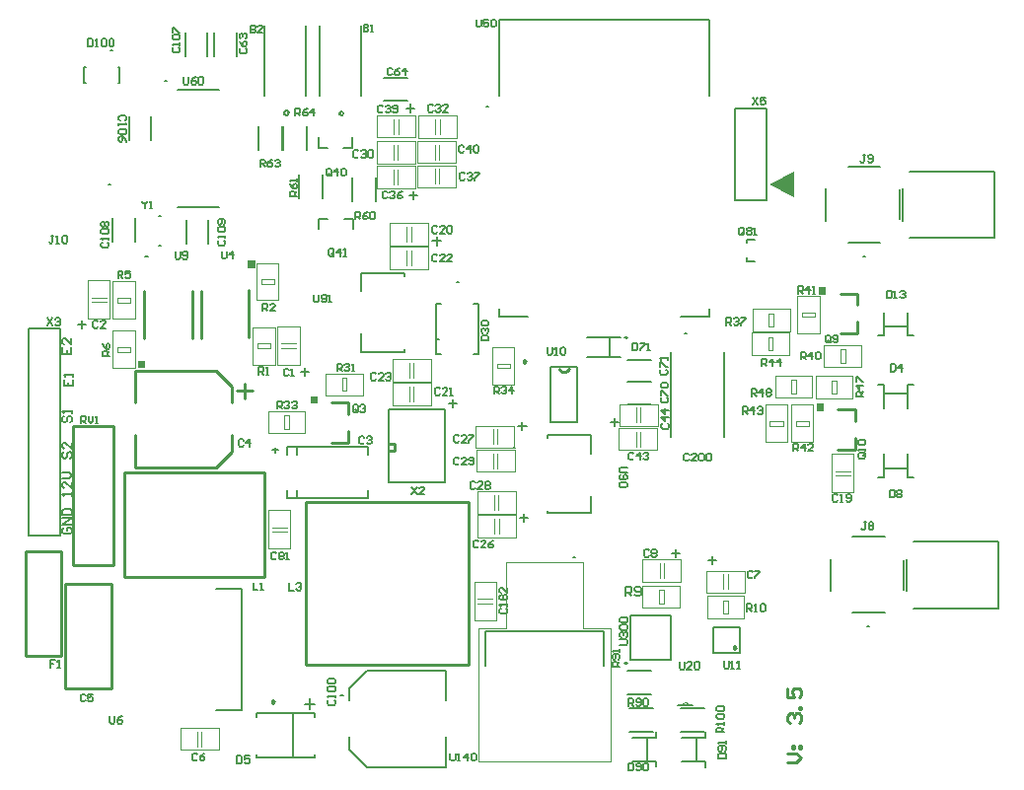
<source format=gto>
%FSTAX23Y23*%
%MOIN*%
%SFA1B1*%

%IPPOS*%
%ADD101C,0.007870*%
%ADD102C,0.009840*%
%ADD103C,0.010000*%
%ADD104C,0.000000*%
%ADD105C,0.006000*%
%ADD106C,0.005000*%
%ADD107C,0.003940*%
%ADD108C,0.005910*%
%ADD109C,0.001970*%
%ADD110C,0.005980*%
%ADD111C,0.006060*%
%LNtcs-1900-1*%
%LPD*%
G36*
X01322Y0321D02*
X01297D01*
Y03235*
X01322*
Y0321*
G37*
G36*
X01905Y03089D02*
X0188D01*
Y03114*
X01905*
Y03089*
G37*
G36*
X03616Y03065D02*
X03591D01*
Y0309*
X03616*
Y03065*
G37*
G36*
X03514Y03788D02*
X03432Y03831D01*
X03514Y03875*
Y03788*
G37*
G36*
X01694Y03547D02*
X01669D01*
Y03572*
X01694*
Y03547*
G37*
G36*
X03623Y03458D02*
X03598D01*
Y03483*
X03623*
Y03458*
G37*
G54D101*
X0199Y02103D02*
X01982D01*
X0199*
X01993Y0407D02*
X01987Y04078D01*
X01978Y04075*
Y04066*
X01987Y04063*
X01993Y0407*
X01807Y04072D02*
X01801Y0408D01*
X01792Y04077*
Y04068*
X01801Y04065*
X01807Y04072*
X02381Y035D02*
X02374D01*
X02381*
X02573Y02941D02*
X02565D01*
X02573*
X03152Y03326D02*
X03144D01*
X03152*
X02314Y03307D02*
X02307D01*
X02314*
X02483Y04092D02*
X02475D01*
X02483*
X01212Y04282D02*
X01204D01*
X01212*
X02776Y02571D02*
X02768D01*
X02776*
X01396Y04179D02*
X01388D01*
X01396*
X01331Y03586D02*
X01323D01*
X01331*
X01206Y0383D02*
X01198D01*
X01206*
X03314Y04088D02*
X03423D01*
X03314Y03778D02*
Y04088D01*
X03423Y03778D02*
Y04088D01*
X03314Y03778D02*
X03423D01*
X00927Y03343D02*
X01035D01*
X00927Y02642D02*
Y03343D01*
X01035Y02642D02*
Y03343D01*
X00927Y02642D02*
X01035D01*
X01561Y02054D02*
X01649D01*
Y02463*
X01561D02*
X01649D01*
X02145Y02822D02*
Y0307D01*
X02334*
X02145Y02822D02*
X02334D01*
Y0307*
X03241Y02248D02*
X0333D01*
Y02332*
X03241D02*
X0333D01*
X03241Y02248D02*
Y02332D01*
X02692Y03213D02*
X02782D01*
Y03027D02*
Y03213D01*
X02692Y03027D02*
Y03213D01*
Y03027D02*
X02782D01*
X018Y0277D02*
X02075D01*
X018Y02943D02*
X02075D01*
Y0277D02*
Y02798D01*
Y02916D02*
Y02943D01*
X01753Y02932D02*
X01773D01*
X01762Y02922D02*
Y02941D01*
X01835Y0277D02*
Y02798D01*
Y02916D02*
Y02943D01*
X018Y0277D02*
Y02798D01*
Y02916D02*
Y02943D01*
X01699Y02042D02*
X01896D01*
X01699Y01892D02*
X01896D01*
X01699D02*
Y01904D01*
Y0203D02*
Y02042D01*
X01896Y0203D02*
Y02042D01*
Y01892D02*
Y01904D01*
X01823Y01892D02*
Y02042D01*
X02602Y02691D02*
Y02718D01*
X02616Y02705D02*
X02589D01*
X02596Y02999D02*
Y03026D01*
X0261Y03013D02*
X02583D01*
X0236Y03078D02*
Y03105D01*
X02374Y03091D02*
X02347D01*
X02307Y03625D02*
Y03652D01*
X0232Y03639D02*
X02293D01*
X03239Y02574D02*
Y02547D01*
X03226Y0256D02*
X03253D01*
X03115Y0257D02*
Y02597D01*
X03128Y02583D02*
X03101D01*
X02909Y03041D02*
Y03014D01*
X02895Y03028D02*
X02922D01*
X01847Y03196D02*
X01874D01*
X0186Y03183D02*
Y0321D01*
X01094Y03356D02*
X01121D01*
X01107Y03342D02*
Y03369D01*
X02229Y03781D02*
Y03808D01*
X02243Y03794D02*
X02216D01*
X02217Y04075D02*
Y04102D01*
X02231Y04088D02*
X02204D01*
X01879Y02058D02*
Y02092D01*
X01896Y02075D02*
X01862D01*
G54D102*
X01758Y02082D02*
X01751Y02086D01*
Y02078*
X01758Y02082*
X03317Y02265D02*
X0331Y0227D01*
Y02261*
X03317Y02265*
X02948Y02213D02*
X0294D01*
X02948*
X02608Y03232D02*
X026Y03236D01*
Y03228*
X02608Y03232*
G54D103*
X0272Y03208D02*
X02725Y03201D01*
X02733Y03196*
X02742Y03196*
X02749Y03201*
X02754Y03208*
X01052Y02126D02*
Y02481D01*
X01209Y02126D02*
Y02481D01*
X01052D02*
X01209D01*
X01052Y02126D02*
X01209D01*
X01077Y02542D02*
Y03014D01*
X01215Y02542D02*
Y03014D01*
X01077D02*
X01215D01*
X01077Y02542D02*
X01215D01*
X01318Y03311D02*
Y03471D01*
X0148Y03311D02*
Y03471D01*
X00919Y0259D02*
X01037D01*
X00919Y02236D02*
X01037D01*
X00919D02*
Y0259D01*
X01037Y02236D02*
Y0259D01*
X02147Y02929D02*
X02165D01*
Y02954*
X02146D02*
X02165D01*
X01252Y02857D02*
X01725D01*
X01252Y02502D02*
X01725D01*
Y02857*
X01252Y02502D02*
Y02857D01*
X01866Y02756D02*
X02416D01*
X01866Y02206D02*
X02416D01*
Y02756*
X01866Y02206D02*
Y02756D01*
X01563Y02874D02*
X01616Y02927D01*
Y02982*
X01289Y02874D02*
X01563D01*
X01289D02*
Y02982D01*
Y03092D02*
Y032D01*
X01563*
X01616Y03147*
Y03092D02*
Y03147D01*
X01511Y03311D02*
Y03471D01*
X01672Y03312D02*
Y03472D01*
X01951Y03093D02*
X02008D01*
Y03055D02*
Y03093D01*
X01951Y02958D02*
X02008D01*
Y02998*
X0367Y03461D02*
X03727D01*
Y03424D02*
Y03461D01*
X0367Y03326D02*
X03727D01*
Y03367*
X03663Y03069D02*
X0372D01*
Y03031D02*
Y03069D01*
X03663Y02934D02*
X0372D01*
Y02974*
X03492Y01876D02*
X03523D01*
X03539Y01892*
X03523Y01908*
X03492*
X03507Y01924D02*
Y01932D01*
X03515*
Y01924*
X03507*
X03531D02*
Y01932D01*
X03539*
Y01924*
X03531*
X035Y0201D02*
X03492Y02018D01*
Y02034*
X035Y02042*
X03507*
X03515Y02034*
Y02026*
Y02034*
X03523Y02042*
X03531*
X03539Y02034*
Y02018*
X03531Y0201*
X03539Y02058D02*
X03531D01*
Y02065*
X03539*
Y02058*
X03492Y02128D02*
Y02097D01*
X03515*
X03507Y02113*
Y0212*
X03515Y02128*
X03531*
X03539Y0212*
Y02105*
X03531Y02097*
X01658Y03107D02*
Y03158D01*
X01684Y03132D02*
X01632D01*
G54D104*
X03159Y02069D02*
X03156Y02078D01*
X03147Y02081*
X03139Y02078*
X03135Y02069*
G54D105*
X03754Y03588D02*
X03748D01*
X03754*
X03769Y02337D02*
X03763D01*
X03769*
X0387Y03713D02*
Y03812D01*
X03904Y0365D02*
X04192D01*
Y03875*
X03904D02*
X04192D01*
X03622Y03708D02*
Y03817D01*
X03697Y03633D02*
X03806D01*
X0388Y03708D02*
Y03817D01*
X03697Y03891D02*
X03806D01*
X03159Y02069D02*
X03171D01*
X03135D02*
X03159D01*
X03123D02*
X03135D01*
X03885Y02461D02*
Y0256D01*
X03918Y02398D02*
X04206D01*
Y02623*
X03918D02*
X04206D01*
X03637Y02456D02*
Y02565D01*
X03711Y02382D02*
X0382D01*
X03895Y02456D02*
Y02565D01*
X03711Y0264D02*
X0382D01*
X03355Y03633D02*
Y03644D01*
X03381*
X03355Y03571D02*
Y03582D01*
Y03571D02*
X03381D01*
X02524Y02397D02*
X02519Y02392D01*
Y02384*
X02524Y0238*
X0254*
X02544Y02384*
Y02392*
X0254Y02397*
X02544Y02405D02*
Y02413D01*
Y02409*
X02519*
X02524Y02405*
Y02426D02*
X02519Y0243D01*
Y02438*
X02524Y02442*
X02528*
X02532Y02438*
X02536Y02442*
X0254*
X02544Y02438*
Y0243*
X0254Y02426*
X02536*
X02532Y0243*
X02528Y02426*
X02524*
X02532Y0243D02*
Y02438D01*
X02544Y02467D02*
Y02451D01*
X02528Y02467*
X02524*
X02519Y02463*
Y02455*
X02524Y02451*
X01766Y02583D02*
X01761Y02587D01*
X01753*
X01749Y02583*
Y02566*
X01753Y02562*
X01761*
X01766Y02566*
X01774Y02583D02*
X01778Y02587D01*
X01786*
X01791Y02583*
Y02578*
X01786Y02574*
X01791Y0257*
Y02566*
X01786Y02562*
X01778*
X01774Y02566*
Y0257*
X01778Y02574*
X01774Y02578*
Y02583*
X01778Y02574D02*
X01786D01*
X01799Y02562D02*
X01807D01*
X01803*
Y02587*
X01799Y02583*
X03755Y0393D02*
X03747D01*
X03751*
Y03909*
X03747Y03905*
X03743*
X03739Y03909*
X03764D02*
X03768Y03905D01*
X03776*
X0378Y03909*
Y03926*
X03776Y0393*
X03768*
X03764Y03926*
Y03922*
X03768Y03918*
X0378*
X03758Y02689D02*
X0375D01*
X03754*
Y02668*
X0375Y02664*
X03746*
X03742Y02668*
X03767Y02685D02*
X03771Y02689D01*
X03779*
X03783Y02685*
Y02681*
X03779Y02676*
X03783Y02672*
Y02668*
X03779Y02664*
X03771*
X03767Y02668*
Y02672*
X03771Y02676*
X03767Y02681*
Y02685*
X03771Y02676D02*
X03779D01*
X03066Y03204D02*
X03062Y032D01*
Y03192*
X03066Y03187*
X03083*
X03087Y03192*
Y032*
X03083Y03204*
X03062Y03212D02*
Y03229D01*
X03066*
X03083Y03212*
X03087*
Y03237D02*
Y03246D01*
Y03242*
X03062*
X03066Y03237*
X03068Y0311D02*
X03064Y03106D01*
Y03097*
X03068Y03093*
X03085*
X03089Y03097*
Y03106*
X03085Y0311*
X03064Y03118D02*
Y03135D01*
X03068*
X03085Y03118*
X03089*
X03068Y03143D02*
X03064Y03147D01*
Y03155*
X03068Y0316*
X03085*
X03089Y03155*
Y03147*
X03085Y03143*
X03068*
X01678Y04367D02*
Y04343D01*
X0169*
X01694Y04347*
Y04351*
X0169Y04355*
X01678*
X0169*
X01694Y04359*
Y04363*
X0169Y04367*
X01678*
X01718Y04343D02*
X01702D01*
X01718Y04359*
Y04363*
X01714Y04367*
X01706*
X01702Y04363*
X0206Y04371D02*
Y04347D01*
X02072*
X02076Y04351*
Y04355*
X02072Y04359*
X0206*
X02072*
X02076Y04363*
Y04367*
X02072Y04371*
X0206*
X02084Y04347D02*
X02092D01*
X02088*
Y04371*
X02084Y04367*
X02458Y03303D02*
X02483D01*
Y03315*
X02479Y03319*
X02462*
X02458Y03315*
Y03303*
X02462Y03328D02*
X02458Y03332D01*
Y0334*
X02462Y03344*
X02466*
X0247Y0334*
Y03336*
Y0334*
X02474Y03344*
X02479*
X02483Y0334*
Y03332*
X02479Y03328*
X02462Y03353D02*
X02458Y03357D01*
Y03365*
X02462Y03369*
X02479*
X02483Y03365*
Y03357*
X02479Y03353*
X02462*
X03259Y0189D02*
X03284D01*
Y01903*
X0328Y01907*
X03263*
X03259Y01903*
Y0189*
X0328Y01915D02*
X03284Y01919D01*
Y01928*
X0328Y01932*
X03263*
X03259Y01928*
Y01919*
X03263Y01915*
X03267*
X03271Y01919*
Y01932*
X03284Y0194D02*
Y01949D01*
Y01944*
X03259*
X03263Y0194*
X02955Y01875D02*
Y0185D01*
X02968*
X02972Y01854*
Y01871*
X02968Y01875*
X02955*
X0298Y01854D02*
X02984Y0185D01*
X02993*
X02997Y01854*
Y01871*
X02993Y01875*
X02984*
X0298Y01871*
Y01867*
X02984Y01862*
X02997*
X03005Y01871D02*
X03009Y01875D01*
X03018*
X03022Y01871*
Y01854*
X03018Y0185*
X03009*
X03005Y01854*
Y01871*
X02353Y01907D02*
Y01887D01*
X02357Y01882*
X02365*
X0237Y01887*
Y01907*
X02378Y01882D02*
X02386D01*
X02382*
Y01907*
X02378Y01903*
X02411Y01882D02*
Y01907D01*
X02399Y01895*
X02415*
X02424Y01903D02*
X02428Y01907D01*
X02436*
X0244Y01903*
Y01887*
X02436Y01882*
X02428*
X02424Y01887*
Y01903*
X01892Y03457D02*
Y03436D01*
X01896Y03432*
X01905*
X01909Y03436*
Y03457*
X01917Y03436D02*
X01921Y03432D01*
X0193*
X01934Y03436*
Y03452*
X0193Y03457*
X01921*
X01917Y03452*
Y03448*
X01921Y03444*
X01934*
X01942Y03432D02*
X01951D01*
X01946*
Y03457*
X01942Y03452*
X0295Y02874D02*
X02929D01*
X02925Y02869*
Y02861*
X02929Y02857*
X0295*
X02929Y02849D02*
X02925Y02844D01*
Y02836*
X02929Y02832*
X02946*
X0295Y02836*
Y02844*
X02946Y02849*
X02941*
X02937Y02844*
Y02832*
X02946Y02824D02*
X0295Y02819D01*
Y02811*
X02946Y02807*
X02929*
X02925Y02811*
Y02819*
X02929Y02824*
X02946*
X01452Y04193D02*
Y04172D01*
X01456Y04168*
X01465*
X01469Y04172*
Y04193*
X01494D02*
X01486Y04189D01*
X01477Y0418*
Y04172*
X01481Y04168*
X0149*
X01494Y04172*
Y04176*
X0149Y0418*
X01477*
X01502Y04189D02*
X01506Y04193D01*
X01515*
X01519Y04189*
Y04172*
X01515Y04168*
X01506*
X01502Y04172*
Y04189*
X0244Y04387D02*
Y04366D01*
X02445Y04362*
X02453*
X02457Y04366*
Y04387*
X02482D02*
X02465D01*
Y04374*
X02474Y04378*
X02478*
X02482Y04374*
Y04366*
X02478Y04362*
X0247*
X02465Y04366*
X0249Y04383D02*
X02495Y04387D01*
X02503*
X02507Y04383*
Y04366*
X02503Y04362*
X02495*
X0249Y04366*
Y04383*
X03127Y02216D02*
Y02196D01*
X03132Y02191*
X0314*
X03144Y02196*
Y02216*
X03169Y02191D02*
X03152D01*
X03169Y02208*
Y02212*
X03165Y02216*
X03157*
X03152Y02212*
X03177D02*
X03182Y02216D01*
X0319*
X03194Y02212*
Y02196*
X0319Y02191*
X03182*
X03177Y02196*
Y02212*
X01829Y04062D02*
Y04087D01*
X01842*
X01846Y04082*
Y04074*
X01842Y0407*
X01829*
X01838D02*
X01846Y04062D01*
X01871Y04087D02*
X01863Y04082D01*
X01854Y04074*
Y04066*
X01858Y04062*
X01867*
X01871Y04066*
Y0407*
X01867Y04074*
X01854*
X01892Y04062D02*
Y04087D01*
X01879Y04074*
X01896*
X0171Y0389D02*
Y03915D01*
X01723*
X01727Y03911*
Y03903*
X01723Y03899*
X0171*
X01718D02*
X01727Y0389D01*
X01752Y03915D02*
X01743Y03911D01*
X01735Y03903*
Y03894*
X01739Y0389*
X01748*
X01752Y03894*
Y03899*
X01748Y03903*
X01735*
X0176Y03911D02*
X01764Y03915D01*
X01773*
X01777Y03911*
Y03907*
X01773Y03903*
X01768*
X01773*
X01777Y03899*
Y03894*
X01773Y0389*
X01764*
X0176Y03894*
X01835Y03791D02*
X0181D01*
Y03803*
X01814Y03808*
X01823*
X01827Y03803*
Y03791*
Y03799D02*
X01835Y03808D01*
X0181Y03832D02*
X01814Y03824D01*
X01823Y03816*
X01831*
X01835Y0382*
Y03828*
X01831Y03832*
X01827*
X01823Y03828*
Y03816*
X01835Y03841D02*
Y03849D01*
Y03845*
X0181*
X01814Y03841*
X02032Y03712D02*
Y03737D01*
X02044*
X02049Y03733*
Y03725*
X02044Y0372*
X02032*
X0204D02*
X02049Y03712D01*
X02074Y03737D02*
X02065Y03733D01*
X02057Y03725*
Y03716*
X02061Y03712*
X02069*
X02074Y03716*
Y0372*
X02069Y03725*
X02057*
X02082Y03733D02*
X02086Y03737D01*
X02094*
X02099Y03733*
Y03716*
X02094Y03712*
X02086*
X02082Y03716*
Y03733*
X01959Y03592D02*
Y03609D01*
X01955Y03613*
X01947*
X01942Y03609*
Y03592*
X01947Y03588*
X01955*
X01951Y03596D02*
X01959Y03588D01*
X01955D02*
X01959Y03592D01*
X0198Y03588D02*
Y03613D01*
X01967Y03601*
X01984*
X01992Y03588D02*
X02001D01*
X01997*
Y03613*
X01992Y03609*
X0195Y03864D02*
Y03881D01*
X01946Y03885*
X01938*
X01934Y03881*
Y03864*
X01938Y0386*
X01946*
X01942Y03868D02*
X0195Y0386D01*
X01946D02*
X0195Y03864D01*
X01971Y0386D02*
Y03885D01*
X01959Y03872*
X01975*
X01984Y03881D02*
X01988Y03885D01*
X01996*
X02Y03881*
Y03864*
X01996Y0386*
X01988*
X01984Y03864*
Y03881*
X01129Y04322D02*
Y04297D01*
X01141*
X01145Y04301*
Y04318*
X01141Y04322*
X01129*
X01154Y04297D02*
X01162D01*
X01158*
Y04322*
X01154Y04318*
X01175D02*
X01179Y04322D01*
X01187*
X01191Y04318*
Y04301*
X01187Y04297*
X01179*
X01175Y04301*
Y04318*
X012D02*
X01204Y04322D01*
X01212*
X01216Y04318*
Y04301*
X01212Y04297*
X01204*
X012Y04301*
Y04318*
X02969Y03295D02*
Y0327D01*
X02981*
X02986Y03274*
Y03291*
X02981Y03295*
X02969*
X02994D02*
X03011D01*
Y03291*
X02994Y03274*
Y0327*
X03019D02*
X03027D01*
X03023*
Y03295*
X03019Y03291*
X0316Y02917D02*
X03156Y02921D01*
X03147*
X03143Y02917*
Y029*
X03147Y02896*
X03156*
X0316Y029*
X03185Y02896D02*
X03168D01*
X03185Y02913*
Y02917*
X03181Y02921*
X03172*
X03168Y02917*
X03193D02*
X03197Y02921D01*
X03206*
X0321Y02917*
Y029*
X03206Y02896*
X03197*
X03193Y029*
Y02917*
X03218D02*
X03222Y02921D01*
X03231*
X03235Y02917*
Y029*
X03231Y02896*
X03222*
X03218Y029*
Y02917*
X01572Y03641D02*
X01568Y03637D01*
Y03629*
X01572Y03625*
X01589*
X01593Y03629*
Y03637*
X01589Y03641*
X01593Y03649D02*
Y03658D01*
Y03654*
X01568*
X01572Y03649*
Y0367D02*
X01568Y03674D01*
Y03683*
X01572Y03687*
X01589*
X01593Y03683*
Y03674*
X01589Y0367*
X01572*
X01589Y03695D02*
X01593Y03699D01*
Y03708*
X01589Y03712*
X01572*
X01568Y03708*
Y03699*
X01572Y03695*
X01576*
X01581Y03699*
Y03712*
X01177Y03634D02*
X01173Y0363D01*
Y03622*
X01177Y03618*
X01194*
X01198Y03622*
Y0363*
X01194Y03634*
X01198Y03643D02*
Y03651D01*
Y03647*
X01173*
X01177Y03643*
Y03663D02*
X01173Y03668D01*
Y03676*
X01177Y0368*
X01194*
X01198Y03676*
Y03668*
X01194Y03663*
X01177*
Y03688D02*
X01173Y03693D01*
Y03701*
X01177Y03705*
X01182*
X01186Y03701*
X0119Y03705*
X01194*
X01198Y03701*
Y03693*
X01194Y03688*
X0119*
X01186Y03693*
X01182Y03688*
X01177*
X01186Y03693D02*
Y03701D01*
X01418Y04293D02*
X01414Y04289D01*
Y04281*
X01418Y04277*
X01434*
X01438Y04281*
Y04289*
X01434Y04293*
X01438Y04301D02*
Y04309D01*
Y04305*
X01414*
X01418Y04301*
Y04321D02*
X01414Y04325D01*
Y04333*
X01418Y04337*
X01434*
X01438Y04333*
Y04325*
X01434Y04321*
X01418*
X01414Y04345D02*
Y04361D01*
X01418*
X01434Y04345*
X01438*
X01254Y04046D02*
X01258Y0405D01*
Y04058*
X01254Y04062*
X01237*
X01233Y04058*
Y0405*
X01237Y04046*
X01233Y04038D02*
Y04029D01*
Y04033*
X01258*
X01254Y04038*
Y04017D02*
X01258Y04013D01*
Y04004*
X01254Y04*
X01237*
X01233Y04004*
Y04013*
X01237Y04017*
X01254*
X01258Y03975D02*
X01254Y03983D01*
X01245Y03992*
X01237*
X01233Y03988*
Y03979*
X01237Y03975*
X01241*
X01245Y03979*
Y03992*
X01943Y02088D02*
X01939Y02084D01*
Y02076*
X01943Y02071*
X0196*
X01964Y02076*
Y02084*
X0196Y02088*
X01964Y02096D02*
Y02105D01*
Y02101*
X01939*
X01943Y02096*
Y02117D02*
X01939Y02121D01*
Y0213*
X01943Y02134*
X0196*
X01964Y0213*
Y02121*
X0196Y02117*
X01943*
Y02142D02*
X01939Y02146D01*
Y02155*
X01943Y02159*
X0196*
X01964Y02155*
Y02146*
X0196Y02142*
X01943*
X02157Y0422D02*
X02153Y04224D01*
X02144*
X0214Y0422*
Y04203*
X02144Y04199*
X02153*
X02157Y04203*
X02182Y04224D02*
X02174Y0422D01*
X02165Y04212*
Y04203*
X02169Y04199*
X02178*
X02182Y04203*
Y04208*
X02178Y04212*
X02165*
X02203Y04199D02*
Y04224D01*
X0219Y04212*
X02207*
X01645Y0429D02*
X01641Y04286D01*
Y04277*
X01645Y04273*
X01662*
X01666Y04277*
Y04286*
X01662Y0429*
X01641Y04315D02*
X01645Y04306D01*
X01653Y04298*
X01662*
X01666Y04302*
Y04311*
X01662Y04315*
X01658*
X01653Y04311*
Y04298*
X01645Y04323D02*
X01641Y04327D01*
Y04336*
X01645Y0434*
X01649*
X01653Y04336*
Y04331*
Y04336*
X01658Y0434*
X01662*
X01666Y04336*
Y04327*
X01662Y04323*
X00993Y03379D02*
X01009Y03354D01*
Y03379D02*
X00993Y03354D01*
X01018Y03375D02*
X01022Y03379D01*
X0103*
X01034Y03375*
Y0337*
X0103Y03366*
X01026*
X0103*
X01034Y03362*
Y03358*
X0103Y03354*
X01022*
X01018Y03358*
X02223Y02807D02*
X0224Y02782D01*
Y02807D02*
X02223Y02782D01*
X02265D02*
X02248D01*
X02265Y02799*
Y02803*
X0226Y02807*
X02252*
X02248Y02803*
X03286Y03355D02*
Y0338D01*
X03298*
X03303Y03376*
Y03367*
X03298Y03363*
X03286*
X03294D02*
X03303Y03355D01*
X03311Y03376D02*
X03315Y0338D01*
X03323*
X03328Y03376*
Y03371*
X03323Y03367*
X03319*
X03323*
X03328Y03363*
Y03359*
X03323Y03355*
X03315*
X03311Y03359*
X03336Y0338D02*
X03353D01*
Y03376*
X03336Y03359*
Y03355*
X03406Y03216D02*
Y03241D01*
X03418*
X03423Y03237*
Y03229*
X03418Y03224*
X03406*
X03414D02*
X03423Y03216D01*
X03443D02*
Y03241D01*
X03431Y03229*
X03448*
X03468Y03216D02*
Y03241D01*
X03456Y03229*
X03473*
X02309Y03686D02*
X02305Y0369D01*
X02297*
X02293Y03686*
Y03669*
X02297Y03665*
X02305*
X02309Y03669*
X02334Y03665D02*
X02318D01*
X02334Y03682*
Y03686*
X0233Y0369*
X02322*
X02318Y03686*
X02343D02*
X02347Y0369D01*
X02355*
X02359Y03686*
Y03669*
X02355Y03665*
X02347*
X02343Y03669*
Y03686*
X02318Y03139D02*
X02314Y03143D01*
X02306*
X02302Y03139*
Y03122*
X02306Y03118*
X02314*
X02318Y03122*
X02343Y03118D02*
X02327D01*
X02343Y03135*
Y03139*
X02339Y03143*
X02331*
X02327Y03139*
X02352Y03118D02*
X0236D01*
X02356*
Y03143*
X02352Y03139*
X02448Y02624D02*
X02444Y02628D01*
X02436*
X02432Y02624*
Y02607*
X02436Y02603*
X02444*
X02448Y02607*
X02473Y02603D02*
X02457D01*
X02473Y0262*
Y02624*
X02469Y02628*
X02461*
X02457Y02624*
X02498Y02628D02*
X0249Y02624D01*
X02482Y02615*
Y02607*
X02486Y02603*
X02494*
X02498Y02607*
Y02611*
X02494Y02615*
X02482*
X02382Y02979D02*
X02378Y02983D01*
X0237*
X02366Y02979*
Y02962*
X0237Y02958*
X02378*
X02382Y02962*
X02407Y02958D02*
X02391D01*
X02407Y02975*
Y02979*
X02403Y02983*
X02395*
X02391Y02979*
X02416Y02983D02*
X02432D01*
Y02979*
X02416Y02962*
Y02958*
X02309Y03591D02*
X02305Y03595D01*
X02297*
X02293Y03591*
Y03575*
X02297Y0357*
X02305*
X02309Y03575*
X02334Y0357D02*
X02318D01*
X02334Y03587*
Y03591*
X0233Y03595*
X02322*
X02318Y03591*
X02359Y0357D02*
X02343D01*
X02359Y03587*
Y03591*
X02355Y03595*
X02347*
X02343Y03591*
X02102Y03189D02*
X02098Y03193D01*
X02089*
X02085Y03189*
Y03172*
X02089Y03168*
X02098*
X02102Y03172*
X02127Y03168D02*
X0211D01*
X02127Y03184*
Y03189*
X02123Y03193*
X02114*
X0211Y03189*
X02135D02*
X02139Y03193D01*
X02148*
X02152Y03189*
Y03184*
X02148Y0318*
X02143*
X02148*
X02152Y03176*
Y03172*
X02148Y03168*
X02139*
X02135Y03172*
X02382Y02904D02*
X02378Y02908D01*
X0237*
X02366Y02904*
Y02888*
X0237Y02883*
X02378*
X02382Y02888*
X02407Y02883D02*
X02391D01*
X02407Y029*
Y02904*
X02403Y02908*
X02395*
X02391Y02904*
X02416Y02888D02*
X0242Y02883D01*
X02428*
X02432Y02888*
Y02904*
X02428Y02908*
X0242*
X02416Y02904*
Y029*
X0242Y02896*
X02432*
X02437Y02822D02*
X02433Y02826D01*
X02425*
X02421Y02822*
Y02805*
X02425Y02801*
X02433*
X02437Y02805*
X02462Y02801D02*
X02446D01*
X02462Y02817*
Y02822*
X02458Y02826*
X0245*
X02446Y02822*
X02471D02*
X02475Y02826D01*
X02483*
X02487Y02822*
Y02817*
X02483Y02813*
X02487Y02809*
Y02805*
X02483Y02801*
X02475*
X02471Y02805*
Y02809*
X02475Y02813*
X02471Y02817*
Y02822*
X02475Y02813D02*
X02483D01*
X01018Y02222D02*
X01001D01*
Y0221*
X0101*
X01001*
Y02197*
X01026D02*
X01035D01*
X01031*
Y02222*
X01026Y02218*
X01687Y02485D02*
Y0246D01*
X01703*
X01712D02*
X0172D01*
X01716*
Y02485*
X01712Y02481*
X03375Y04124D02*
X03392Y04099D01*
Y04124D02*
X03375Y04099D01*
X03417Y04124D02*
X034D01*
Y04111*
X03409Y04116*
X03413*
X03417Y04111*
Y04103*
X03413Y04099*
X03405*
X034Y04103*
X03277Y02219D02*
Y02199D01*
X03281Y02194*
X0329*
X03294Y02199*
Y02219*
X03302Y02194D02*
X0331D01*
X03306*
Y02219*
X03302Y02215*
X03323Y02194D02*
X03331D01*
X03327*
Y02219*
X03323Y02215*
X02926Y02275D02*
X02947D01*
X02951Y02279*
Y02288*
X02947Y02292*
X02926*
X0293Y023D02*
X02926Y02304D01*
Y02313*
X0293Y02317*
X02935*
X02939Y02313*
Y02308*
Y02313*
X02943Y02317*
X02947*
X02951Y02313*
Y02304*
X02947Y023*
X0293Y02325D02*
X02926Y02329D01*
Y02338*
X0293Y02342*
X02947*
X02951Y02338*
Y02329*
X02947Y02325*
X0293*
Y0235D02*
X02926Y02354D01*
Y02363*
X0293Y02367*
X02947*
X02951Y02363*
Y02354*
X02947Y0235*
X0293*
X03355Y02387D02*
Y02412D01*
X03367*
X03371Y02408*
Y024*
X03367Y02396*
X03355*
X03363D02*
X03371Y02387D01*
X0338D02*
X03388D01*
X03384*
Y02412*
X0338Y02408*
X03401D02*
X03405Y02412D01*
X03413*
X03417Y02408*
Y02391*
X03413Y02387*
X03405*
X03401Y02391*
Y02408*
X03025Y02592D02*
X03021Y02596D01*
X03013*
X03008Y02592*
Y02576*
X03013Y02571*
X03021*
X03025Y02576*
X03033Y02592D02*
X03038Y02596D01*
X03046*
X0305Y02592*
Y02588*
X03046Y02584*
X0305Y0258*
Y02576*
X03046Y02571*
X03038*
X03033Y02576*
Y0258*
X03038Y02584*
X03033Y02588*
Y02592*
X03038Y02584D02*
X03046D01*
X03374Y0252D02*
X0337Y02524D01*
X03362*
X03358Y0252*
Y02504*
X03362Y025*
X0337*
X03374Y02504*
X03383Y02524D02*
X03399D01*
Y0252*
X03383Y02504*
Y025*
X01203Y02033D02*
Y02013D01*
X01207Y02008*
X01215*
X01219Y02013*
Y02033*
X01244D02*
X01236Y02029D01*
X01228Y02021*
Y02013*
X01232Y02008*
X0124*
X01244Y02013*
Y02017*
X0124Y02021*
X01228*
X01808Y02483D02*
Y02458D01*
X01824*
X01833Y02479D02*
X01837Y02483D01*
X01845*
X01849Y02479*
Y02475*
X01845Y02471*
X01841*
X01845*
X01849Y02466*
Y02462*
X01845Y02458*
X01837*
X01833Y02462*
X025Y03122D02*
Y03147D01*
X02513*
X02517Y03142*
Y03134*
X02513Y0313*
X025*
X02509D02*
X02517Y03122D01*
X02525Y03142D02*
X0253Y03147D01*
X02538*
X02542Y03142*
Y03138*
X02538Y03134*
X02534*
X02538*
X02542Y0313*
Y03126*
X02538Y03122*
X0253*
X02525Y03126*
X02563Y03122D02*
Y03147D01*
X0255Y03134*
X02567*
X02973Y02921D02*
X02969Y02925D01*
X0296*
X02956Y02921*
Y02904*
X0296Y029*
X02969*
X02973Y02904*
X02994Y029D02*
Y02925D01*
X02981Y02913*
X02998*
X03006Y02921D02*
X0301Y02925D01*
X03019*
X03023Y02921*
Y02917*
X03019Y02913*
X03015*
X03019*
X03023Y02908*
Y02904*
X03019Y029*
X0301*
X03006Y02904*
X0307Y03022D02*
X03066Y03018D01*
Y0301*
X0307Y03005*
X03087*
X03091Y0301*
Y03018*
X03087Y03022*
X03091Y03043D02*
X03066D01*
X03079Y0303*
Y03047*
X03091Y03068D02*
X03066D01*
X03079Y03055*
Y03072*
X02681Y03279D02*
Y03259D01*
X02685Y03254*
X02693*
X02697Y03259*
Y03279*
X02706Y03254D02*
X02714D01*
X0271*
Y03279*
X02706Y03275*
X02726D02*
X02731Y03279D01*
X02739*
X02743Y03275*
Y03259*
X02739Y03254*
X02731*
X02726Y03259*
Y03275*
X03837Y02797D02*
Y02772D01*
X0385*
X03854Y02776*
Y02793*
X0385Y02797*
X03837*
X03862Y02793D02*
X03866Y02797D01*
X03875*
X03879Y02793*
Y02789*
X03875Y02785*
X03879Y0278*
Y02776*
X03875Y02772*
X03866*
X03862Y02776*
Y0278*
X03866Y02785*
X03862Y02789*
Y02793*
X03866Y02785D02*
X03875D01*
X01719Y03403D02*
Y03428D01*
X01731*
X01736Y03424*
Y03416*
X01731Y03411*
X01719*
X01727D02*
X01736Y03403D01*
X01761D02*
X01744D01*
X01761Y0342*
Y03424*
X01756Y03428*
X01748*
X01744Y03424*
X01705Y03188D02*
Y03213D01*
X01718*
X01722Y03209*
Y03201*
X01718Y03197*
X01705*
X01714D02*
X01722Y03188D01*
X0173D02*
X01739D01*
X01734*
Y03213*
X0173Y03209*
X01203Y0325D02*
X01178D01*
Y03263*
X01182Y03267*
X01191*
X01195Y03263*
Y0325*
Y03259D02*
X01203Y03267D01*
X01178Y03292D02*
X01182Y03284D01*
X01191Y03275*
X01199*
X01203Y0328*
Y03288*
X01199Y03292*
X01195*
X01191Y03288*
Y03275*
X01767Y03072D02*
Y03097D01*
X0178*
X01784Y03093*
Y03085*
X0178Y03081*
X01767*
X01776D02*
X01784Y03072D01*
X01792Y03093D02*
X01796Y03097D01*
X01805*
X01809Y03093*
Y03089*
X01805Y03085*
X01801*
X01805*
X01809Y03081*
Y03077*
X01805Y03072*
X01796*
X01792Y03077*
X01817Y03093D02*
X01821Y03097D01*
X0183*
X01834Y03093*
Y03089*
X0183Y03085*
X01826*
X0183*
X01834Y03081*
Y03077*
X0183Y03072*
X01821*
X01817Y03077*
X0197Y03199D02*
Y03224D01*
X01982*
X01987Y0322*
Y03212*
X01982Y03208*
X0197*
X01978D02*
X01987Y03199D01*
X01995Y0322D02*
X01999Y03224D01*
X02007*
X02012Y0322*
Y03216*
X02007Y03212*
X02003*
X02007*
X02012Y03208*
Y03203*
X02007Y03199*
X01999*
X01995Y03203*
X0202Y03199D02*
X02028D01*
X02024*
Y03224*
X0202Y0322*
X03662Y02779D02*
X03658Y02783D01*
X03649*
X03645Y02779*
Y02763*
X03649Y02758*
X03658*
X03662Y02763*
X0367Y02758D02*
X03678D01*
X03674*
Y02783*
X0367Y02779*
X03691Y02763D02*
X03695Y02758D01*
X03703*
X03708Y02763*
Y02779*
X03703Y02783*
X03695*
X03691Y02779*
Y02775*
X03695Y02771*
X03708*
X01654Y02965D02*
X0165Y02969D01*
X01641*
X01637Y02965*
Y02949*
X01641Y02944*
X0165*
X01654Y02949*
X01675Y02944D02*
Y02969D01*
X01662Y02957*
X01679*
X01498Y01904D02*
X01494Y01908D01*
X01486*
X01482Y01904*
Y01888*
X01486Y01883*
X01494*
X01498Y01888*
X01523Y01908D02*
X01515Y01904D01*
X01507Y01896*
Y01888*
X01511Y01883*
X01519*
X01523Y01888*
Y01892*
X01519Y01896*
X01507*
X02062Y02975D02*
X02058Y02979D01*
X0205*
X02046Y02975*
Y02958*
X0205Y02954*
X02058*
X02062Y02958*
X02071Y02975D02*
X02075Y02979D01*
X02083*
X02087Y02975*
Y02971*
X02083Y02967*
X02079*
X02083*
X02087Y02963*
Y02958*
X02083Y02954*
X02075*
X02071Y02958*
X01807Y03202D02*
X01803Y03207D01*
X01794*
X0179Y03202*
Y03186*
X01794Y03182*
X01803*
X01807Y03186*
X01815Y03182D02*
X01824D01*
X01819*
Y03207*
X01815Y03202*
X01163Y03366D02*
X01159Y0337D01*
X0115*
X01146Y03366*
Y03349*
X0115Y03345*
X01159*
X01163Y03349*
X01188Y03345D02*
X01171D01*
X01188Y03362*
Y03366*
X01184Y0337*
X01175*
X01171Y03366*
X02295Y04096D02*
X02291Y041D01*
X02282*
X02278Y04096*
Y04079*
X02282Y04075*
X02291*
X02295Y04079*
X02303Y04096D02*
X02307Y041D01*
X02316*
X0232Y04096*
Y04092*
X02316Y04088*
X02311*
X02316*
X0232Y04084*
Y04079*
X02316Y04075*
X02307*
X02303Y04079*
X02345Y04075D02*
X02328D01*
X02345Y04092*
Y04096*
X02341Y041*
X02332*
X02328Y04096*
X02402Y03866D02*
X02398Y0387D01*
X02389*
X02385Y03866*
Y03849*
X02389Y03845*
X02398*
X02402Y03849*
X0241Y03866D02*
X02414Y0387D01*
X02423*
X02427Y03866*
Y03862*
X02423Y03857*
X02419*
X02423*
X02427Y03853*
Y03849*
X02423Y03845*
X02414*
X0241Y03849*
X02435Y0387D02*
X02452D01*
Y03866*
X02435Y03849*
Y03845*
X02399Y03958D02*
X02395Y03962D01*
X02387*
X02382Y03958*
Y03942*
X02387Y03937*
X02395*
X02399Y03942*
X0242Y03937D02*
Y03962D01*
X02407Y0395*
X02424*
X02432Y03958D02*
X02437Y03962D01*
X02445*
X02449Y03958*
Y03942*
X02445Y03937*
X02437*
X02432Y03942*
Y03958*
X02043Y03942D02*
X02039Y03946D01*
X0203*
X02026Y03942*
Y03925*
X0203Y03921*
X02039*
X02043Y03925*
X02051Y03942D02*
X02055Y03946D01*
X02064*
X02068Y03942*
Y03937*
X02064Y03933*
X02059*
X02064*
X02068Y03929*
Y03925*
X02064Y03921*
X02055*
X02051Y03925*
X02076Y03942D02*
X0208Y03946D01*
X02089*
X02093Y03942*
Y03925*
X02089Y03921*
X0208*
X02076Y03925*
Y03942*
X0214Y03804D02*
X02136Y03808D01*
X02128*
X02124Y03804*
Y03787*
X02128Y03783*
X02136*
X0214Y03787*
X02149Y03804D02*
X02153Y03808D01*
X02161*
X02165Y03804*
Y038*
X02161Y03795*
X02157*
X02161*
X02165Y03791*
Y03787*
X02161Y03783*
X02153*
X02149Y03787*
X0219Y03808D02*
X02182Y03804D01*
X02174Y03795*
Y03787*
X02178Y03783*
X02186*
X0219Y03787*
Y03791*
X02186Y03795*
X02174*
X02125Y04094D02*
X02121Y04098D01*
X02113*
X02109Y04094*
Y04077*
X02113Y04073*
X02121*
X02125Y04077*
X02134Y04094D02*
X02138Y04098D01*
X02146*
X0215Y04094*
Y0409*
X02146Y04086*
X02142*
X02146*
X0215Y04082*
Y04077*
X02146Y04073*
X02138*
X02134Y04077*
X02159D02*
X02163Y04073D01*
X02171*
X02175Y04077*
Y04094*
X02171Y04098*
X02163*
X02159Y04094*
Y0409*
X02163Y04086*
X02175*
X0158Y03604D02*
Y03583D01*
X01584Y03579*
X01593*
X01597Y03583*
Y03604*
X01618Y03579D02*
Y03604D01*
X01605Y03592*
X01622*
X01424Y03603D02*
Y03582D01*
X01428Y03578*
X01436*
X0144Y03582*
Y03603*
X01449Y03582D02*
X01453Y03578D01*
X01461*
X01465Y03582*
Y03599*
X01461Y03603*
X01453*
X01449Y03599*
Y03595*
X01453Y03591*
X01465*
X02041Y03065D02*
Y03081D01*
X02037Y03086*
X02028*
X02024Y03081*
Y03065*
X02028Y03061*
X02037*
X02032Y03069D02*
X02041Y03061D01*
X02037D02*
X02041Y03065D01*
X02049Y03081D02*
X02053Y03086D01*
X02062*
X02066Y03081*
Y03077*
X02062Y03073*
X02057*
X02062*
X02066Y03069*
Y03065*
X02062Y03061*
X02053*
X02049Y03065*
X0384Y03223D02*
Y03198D01*
X03853*
X03857Y03202*
Y03219*
X03853Y03223*
X0384*
X03878Y03198D02*
Y03223D01*
X03865Y03211*
X03882*
X03637Y033D02*
Y03317D01*
X03633Y03321*
X03625*
X03621Y03317*
Y033*
X03625Y03296*
X03633*
X03629Y03304D02*
X03637Y03296D01*
X03633D02*
X03637Y033D01*
X03646D02*
X0365Y03296D01*
X03658*
X03662Y033*
Y03317*
X03658Y03321*
X0365*
X03646Y03317*
Y03312*
X0365Y03308*
X03662*
X03752Y02922D02*
X03736D01*
X03731Y02918*
Y02909*
X03736Y02905*
X03752*
X03756Y02909*
Y02918*
X03748Y02913D02*
X03756Y02922D01*
Y02918D02*
X03752Y02922D01*
X03756Y0293D02*
Y02938D01*
Y02934*
X03731*
X03736Y0293*
Y02951D02*
X03731Y02955D01*
Y02963*
X03736Y02967*
X03752*
X03756Y02963*
Y02955*
X03752Y02951*
X03736*
X03537Y03239D02*
Y03264D01*
X03549*
X03554Y0326*
Y03251*
X03549Y03247*
X03537*
X03545D02*
X03554Y03239D01*
X03574D02*
Y03264D01*
X03562Y03251*
X03579*
X03587Y0326D02*
X03591Y03264D01*
X03599*
X03604Y0326*
Y03243*
X03599Y03239*
X03591*
X03587Y03243*
Y0326*
X03528Y03461D02*
Y03486D01*
X03541*
X03545Y03482*
Y03474*
X03541Y03469*
X03528*
X03536D02*
X03545Y03461D01*
X03566D02*
Y03486D01*
X03553Y03474*
X0357*
X03578Y03461D02*
X03586D01*
X03582*
Y03486*
X03578Y03482*
X03512Y02929D02*
Y02954D01*
X03525*
X03529Y02949*
Y02941*
X03525Y02937*
X03512*
X03521D02*
X03529Y02929D01*
X0355D02*
Y02954D01*
X03537Y02941*
X03554*
X03579Y02929D02*
X03562D01*
X03579Y02945*
Y02949*
X03575Y02954*
X03566*
X03562Y02949*
X03341Y03054D02*
Y03079D01*
X03354*
X03358Y03074*
Y03066*
X03354Y03062*
X03341*
X03349D02*
X03358Y03054D01*
X03379D02*
Y03079D01*
X03366Y03066*
X03383*
X03391Y03074D02*
X03395Y03079D01*
X03404*
X03408Y03074*
Y0307*
X03404Y03066*
X03399*
X03404*
X03408Y03062*
Y03058*
X03404Y03054*
X03395*
X03391Y03058*
X03749Y03113D02*
X03724D01*
Y03125*
X03728Y03129*
X03736*
X0374Y03125*
Y03113*
Y03121D02*
X03749Y03129D01*
Y0315D02*
X03724D01*
X03736Y03138*
Y03154*
X03724Y03163D02*
Y03179D01*
X03728*
X03744Y03163*
X03749*
X03371Y03115D02*
Y0314D01*
X03383*
X03387Y03135*
Y03127*
X03383Y03123*
X03371*
X03379D02*
X03387Y03115D01*
X03408D02*
Y0314D01*
X03396Y03127*
X03412*
X03421Y03135D02*
X03425Y0314D01*
X03433*
X03437Y03135*
Y03131*
X03433Y03127*
X03437Y03123*
Y03119*
X03433Y03115*
X03425*
X03421Y03119*
Y03123*
X03425Y03127*
X03421Y03131*
Y03135*
X03425Y03127D02*
X03433D01*
X0123Y03513D02*
Y03538D01*
X01242*
X01246Y03534*
Y03526*
X01242Y03522*
X0123*
X01238D02*
X01246Y03513D01*
X01271Y03538D02*
X01255D01*
Y03526*
X01263Y0353*
X01267*
X01271Y03526*
Y03517*
X01267Y03513*
X01259*
X01255Y03517*
X01632Y01899D02*
Y01874D01*
X01645*
X01649Y01878*
Y01894*
X01645Y01899*
X01632*
X01674D02*
X01657D01*
Y01886*
X01666Y0189*
X0167*
X01674Y01886*
Y01878*
X0167Y01874*
X01662*
X01657Y01878*
X02955Y02067D02*
Y02092D01*
X02968*
X02972Y02088*
Y0208*
X02968Y02076*
X02955*
X02964D02*
X02972Y02067D01*
X0298Y02072D02*
X02984Y02067D01*
X02993*
X02997Y02072*
Y02088*
X02993Y02092*
X02984*
X0298Y02088*
Y02084*
X02984Y0208*
X02997*
X03005Y02088D02*
X03009Y02092D01*
X03018*
X03022Y02088*
Y02072*
X03018Y02067*
X03009*
X03005Y02072*
Y02088*
X02926Y022D02*
X02901D01*
Y02213*
X02905Y02217*
X02913*
X02917Y02213*
Y022*
Y02209D02*
X02926Y02217D01*
X02922Y02225D02*
X02926Y02229D01*
Y02238*
X02922Y02242*
X02905*
X02901Y02238*
Y02229*
X02905Y02225*
X02909*
X02913Y02229*
Y02242*
X02926Y0225D02*
Y02259D01*
Y02254*
X02901*
X02905Y0225*
X03278Y01979D02*
X03253D01*
Y01991*
X03257Y01995*
X03266*
X0327Y01991*
Y01979*
Y01987D02*
X03278Y01995D01*
Y02004D02*
Y02012D01*
Y02008*
X03253*
X03257Y02004*
Y02025D02*
X03253Y02029D01*
Y02037*
X03257Y02041*
X03274*
X03278Y02037*
Y02029*
X03274Y02025*
X03257*
Y0205D02*
X03253Y02054D01*
Y02062*
X03257Y02066*
X03274*
X03278Y02062*
Y02054*
X03274Y0205*
X03257*
X03827Y03471D02*
Y03446D01*
X0384*
X03844Y03451*
Y03467*
X0384Y03471*
X03827*
X03852Y03446D02*
X03861D01*
X03856*
Y03471*
X03852Y03467*
X03873D02*
X03877Y03471D01*
X03886*
X0389Y03467*
Y03463*
X03886Y03459*
X03881*
X03886*
X0389Y03455*
Y03451*
X03886Y03446*
X03877*
X03873Y03451*
X01048Y03047D02*
X01043Y03042D01*
Y03031*
X01048Y03026*
X01053*
X01059Y03031*
Y03042*
X01064Y03047*
X01069*
X01074Y03042*
Y03031*
X01069Y03026*
X01074Y03058D02*
Y03068D01*
Y03063*
X01043*
X01048Y03058*
G54D106*
X02338Y01861D02*
Y01962D01*
Y02086D02*
Y02187D01*
X02011Y0192D02*
Y01962D01*
Y02086D02*
Y02128D01*
X0207Y02187*
X02338*
X0207Y01861D02*
X02338D01*
X02011Y0192D02*
X0207Y01861D01*
X03818Y03124D02*
X03897D01*
Y03074D02*
Y03153D01*
X03818Y03074D02*
Y03153D01*
X03799D02*
X03818D01*
X03897D02*
X03917D01*
X03818Y02871D02*
X03897D01*
X03818Y02841D02*
Y0292D01*
X03897Y02841D02*
Y0292D01*
Y02841D02*
X03917D01*
X03799D02*
X03818D01*
Y03349D02*
X03897D01*
X03818Y03319D02*
Y03398D01*
X03897Y03319D02*
Y03398D01*
Y03319D02*
X03917D01*
X03799D02*
X03818D01*
X02518Y03383D02*
Y03409D01*
Y03383D02*
X02615D01*
X0313D02*
X03227D01*
Y03409*
X02518Y04131D02*
Y04387D01*
X03227*
Y04131D02*
Y04387D01*
X02128Y04115D02*
X02208D01*
X02128Y0419D02*
X02208D01*
X01532Y04263D02*
Y04343D01*
X01457Y04263D02*
Y04343D01*
X01912Y04129D02*
Y04366D01*
X0205Y04129D02*
Y04366D01*
X01726Y04131D02*
Y04368D01*
X01864Y04131D02*
Y04368D01*
X0163Y04265D02*
Y04345D01*
X01555Y04265D02*
Y04345D01*
X01461Y03629D02*
Y03709D01*
X01536Y03629D02*
Y03709D01*
X01287Y03637D02*
Y03717D01*
X01212Y03637D02*
Y03717D01*
X01236Y04172D02*
Y04227D01*
X01116Y04172D02*
Y04227D01*
X01232Y04172D02*
X01236D01*
X01232Y04227D02*
X01236D01*
X01116Y04172D02*
X0112D01*
X01116Y04227D02*
X0112D01*
X02952Y03088D02*
X03032D01*
X02952Y03163D02*
X03032D01*
X0295Y03163D02*
X0303D01*
X0295Y03238D02*
X0303D01*
X02432Y03428D02*
X02449D01*
X02306D02*
X02323D01*
X02432Y03258D02*
X02449D01*
X02306D02*
X02323D01*
X02306D02*
Y03428D01*
X02449Y03258D02*
Y03428D01*
X03185Y0188D02*
Y01959D01*
X03135Y0188D02*
X03214D01*
X03135Y01959D02*
X03214D01*
Y01979*
Y01861D02*
Y0188D01*
X03047Y01862D02*
Y01881D01*
Y0196D02*
Y0198D01*
X02968Y0196D02*
X03047D01*
X02968Y01881D02*
X03047D01*
X03017D02*
Y0196D01*
X02959Y01981D02*
X03039D01*
X02959Y02061D02*
X03039D01*
X03133D02*
X03213D01*
X03133Y01981D02*
X03213D01*
X02815Y03312D02*
X02928D01*
X02815Y03246D02*
X02928D01*
X02892Y03249D02*
Y03309D01*
X02942Y03314D02*
X02947Y03309D01*
X02942Y03314D02*
X02952D01*
X02947Y03309D02*
X02952Y03314D01*
X01706Y03948D02*
Y04028D01*
X01786Y03948D02*
Y04028D01*
X02828Y0292D02*
Y02983D01*
Y02719D02*
Y02777D01*
X02681Y02719D02*
Y02728D01*
Y02973D02*
Y02983D01*
Y02719D02*
X02828D01*
X02681Y02983D02*
X02828D01*
X03097Y02976D02*
Y03263D01*
X03278Y02976D02*
Y03263D01*
X02052Y03265D02*
Y03328D01*
Y03471D02*
Y03529D01*
X02199Y0352D02*
Y03529D01*
Y03265D02*
Y03275D01*
X02052Y03529D02*
X02199D01*
X02052Y03265D02*
X02199D01*
X01789Y03947D02*
Y04027D01*
X01869Y03947D02*
Y04027D01*
X01267Y0398D02*
Y0406D01*
X01342Y0398D02*
Y0406D01*
X01909Y0368D02*
Y03715D01*
X01939*
X01994D02*
X02024D01*
Y0368D02*
Y03715D01*
X02023Y03955D02*
Y0399D01*
X01993Y03955D02*
X02023D01*
X01908D02*
X01938D01*
X01908D02*
Y0399D01*
X01842Y03784D02*
Y03864D01*
X01922Y03784D02*
Y03864D01*
X02102Y03775D02*
Y03855D01*
X02022Y03775D02*
Y03855D01*
X02872Y02203D02*
Y02321D01*
X02472D02*
X02872D01*
X02472Y02203D02*
Y02321D01*
X02951Y02108D02*
X03031D01*
X02951Y02188D02*
X03031D01*
X01431Y03755D02*
X0157D01*
X01431Y04149D02*
X0157D01*
X01367Y03722D02*
X01374D01*
X01367Y03624D02*
X01374D01*
G54D107*
X02446Y02429D02*
X02496D01*
X02446Y02415D02*
X02496D01*
X02434Y02487D02*
X02508D01*
X02434Y02357D02*
Y02487D01*
X02508Y02357D02*
Y02487D01*
X02434Y02357D02*
X02508D01*
X0175Y02671D02*
X018D01*
X0175Y02657D02*
X018D01*
X01738Y02729D02*
X01812D01*
X01738Y02599D02*
Y02729D01*
X01812Y02599D02*
Y02729D01*
X01738Y02599D02*
X01812D01*
X03429Y03394D02*
X03445D01*
X03429Y0335D02*
Y03394D01*
Y0335D02*
X03445D01*
Y03394*
X03374Y03334D02*
Y03409D01*
Y03334D02*
X03498D01*
X03374Y03409D02*
X03498D01*
X035Y03334D02*
Y03409D01*
X03427Y0327D02*
X03443D01*
Y03314*
X03427D02*
X03443D01*
X03427Y0327D02*
Y03314D01*
X03498Y03254D02*
Y03329D01*
X03374D02*
X03498D01*
X03374Y03254D02*
X03498D01*
X03372D02*
Y03329D01*
X02516Y0273D02*
Y0278D01*
X02502Y0273D02*
Y0278D01*
X02574Y02718D02*
Y02793D01*
X02444D02*
X02574D01*
X02444Y02718D02*
X02574D01*
X02444D02*
Y02793D01*
X02503Y02651D02*
Y02701D01*
X02517Y02651D02*
Y02701D01*
X02445Y02638D02*
Y02713D01*
Y02638D02*
X02575D01*
X02445Y02713D02*
X02575D01*
Y02638D02*
Y02713D01*
X02512Y02871D02*
Y02921D01*
X02498Y02871D02*
Y02921D01*
X0257Y02859D02*
Y02934D01*
X0244D02*
X0257D01*
X0244Y02859D02*
X0257D01*
X0244D02*
Y02934D01*
X02497Y02952D02*
Y03002D01*
X02511Y02952D02*
Y03002D01*
X02439Y02939D02*
Y03014D01*
Y02939D02*
X02569D01*
X02439Y03014D02*
X02569D01*
Y02939D02*
Y03014D01*
X02287Y03084D02*
Y03159D01*
X02157D02*
X02287D01*
X02157Y03084D02*
X02287D01*
X02157D02*
Y03159D01*
X02229Y03097D02*
Y03147D01*
X02215Y03097D02*
Y03147D01*
X02157Y03165D02*
Y0324D01*
Y03165D02*
X02287D01*
X02157Y0324D02*
X02287D01*
Y03165D02*
Y0324D01*
X02215Y03177D02*
Y03227D01*
X02229Y03177D02*
Y03227D01*
X02148Y03545D02*
Y0362D01*
Y03545D02*
X02278D01*
X02148Y0362D02*
X02278D01*
Y03545D02*
Y0362D01*
X02206Y03557D02*
Y03607D01*
X0222Y03557D02*
Y03607D01*
X02278Y03625D02*
Y037D01*
X02148D02*
X02278D01*
X02148Y03625D02*
X02278D01*
X02148D02*
Y037D01*
X0222Y03638D02*
Y03688D01*
X02206Y03638D02*
Y03688D01*
X0329Y02463D02*
Y02513D01*
X03276Y02463D02*
Y02513D01*
X03348Y0245D02*
Y02525D01*
X03218D02*
X03348D01*
X03218Y0245D02*
X03348D01*
X03218D02*
Y02525D01*
X03275Y02423D02*
X03291D01*
X03275Y02379D02*
Y02423D01*
Y02379D02*
X03291D01*
Y02423*
X0322Y02364D02*
Y02439D01*
Y02364D02*
X03344D01*
X0322Y02439D02*
X03344D01*
X03346Y02364D02*
Y02439D01*
X03058Y02415D02*
X03074D01*
Y02459*
X03058D02*
X03074D01*
X03058Y02415D02*
Y02459D01*
X03129Y02399D02*
Y02474D01*
X03005D02*
X03129D01*
X03005Y02399D02*
X03129D01*
X03003D02*
Y02474D01*
X0306Y025D02*
Y0255D01*
X03074Y025D02*
Y0255D01*
X03002Y02488D02*
Y02562D01*
Y02488D02*
X03132D01*
X03002Y02562D02*
X03132D01*
Y02488D02*
Y02562D01*
X02495Y03154D02*
X02569D01*
Y03156D02*
Y0328D01*
X02495Y03156D02*
Y0328D01*
X02569*
X0251Y03209D02*
X02554D01*
X0251D02*
Y03225D01*
X02554*
Y03209D02*
Y03225D01*
X02995Y02945D02*
Y02995D01*
X02981Y02945D02*
Y02995D01*
X03053Y02933D02*
Y03007D01*
X02923D02*
X03053D01*
X02923Y02933D02*
X03053D01*
X02923D02*
Y03007D01*
X02982Y03026D02*
Y03076D01*
X02996Y03026D02*
Y03076D01*
X02924Y03013D02*
Y03088D01*
Y03013D02*
X03054D01*
X02924Y03088D02*
X03054D01*
Y03013D02*
Y03088D01*
X01698Y03439D02*
X01773D01*
Y03441D02*
Y03565D01*
X01698Y03441D02*
Y03565D01*
X01773*
X01714Y03494D02*
X01758D01*
X01714D02*
Y0351D01*
X01758*
Y03494D02*
Y0351D01*
X01686Y03221D02*
X0176D01*
Y03223D02*
Y03347D01*
X01686Y03223D02*
Y03347D01*
X0176*
X01701Y03276D02*
X01745D01*
X01701D02*
Y03292D01*
X01745*
Y03276D02*
Y03292D01*
X01213Y03336D02*
X01288D01*
X01213Y0321D02*
Y03334D01*
X01288Y0321D02*
Y03334D01*
X01213Y0321D02*
X01288D01*
X01228Y03281D02*
X01272D01*
Y03265D02*
Y03281D01*
X01228Y03265D02*
X01272D01*
X01228D02*
Y03281D01*
X01737Y0299D02*
Y03064D01*
X01739Y0299D02*
X01863D01*
X01739Y03064D02*
X01863D01*
Y0299D02*
Y03064D01*
X01792Y03005D02*
Y03049D01*
X01808*
Y03005D02*
Y03049D01*
X01792Y03005D02*
X01808D01*
X02058Y03117D02*
Y03191D01*
X01932D02*
X02056D01*
X01932Y03117D02*
X02056D01*
X01932D02*
Y03191D01*
X02003Y03132D02*
Y03176D01*
X01987Y03132D02*
X02003D01*
X01987D02*
Y03176D01*
X02003*
X03641Y02789D02*
X03716D01*
Y02919*
X03641Y02789D02*
Y02919D01*
X03716*
X03654Y02847D02*
X03704D01*
X03654Y02861D02*
X03704D01*
X01512Y01931D02*
Y01981D01*
X01498Y01931D02*
Y01981D01*
X0157Y01919D02*
Y01994D01*
X0144D02*
X0157D01*
X0144Y01919D02*
X0157D01*
X0144D02*
Y01994D01*
X01782Y03292D02*
X01832D01*
X01782Y03278D02*
X01832D01*
X01769Y0335D02*
X01844D01*
X01769Y0322D02*
Y0335D01*
X01844Y0322D02*
Y0335D01*
X01769Y0322D02*
X01844D01*
X0114Y03448D02*
X0119D01*
X0114Y03434D02*
X0119D01*
X01127Y03506D02*
X01202D01*
X01127Y03376D02*
Y03506D01*
X01202Y03376D02*
Y03506D01*
X01127Y03376D02*
X01202D01*
X02317Y03999D02*
Y04049D01*
X02303Y03999D02*
Y04049D01*
X02375Y03987D02*
Y04062D01*
X02245D02*
X02375D01*
X02245Y03987D02*
X02375D01*
X02245D02*
Y04062D01*
X02314Y03833D02*
Y03883D01*
X023Y03833D02*
Y03883D01*
X02372Y0382D02*
Y03895D01*
X02242D02*
X02372D01*
X02242Y0382D02*
X02372D01*
X02242D02*
Y03895D01*
X02314Y03915D02*
Y03965D01*
X023Y03915D02*
Y03965D01*
X02372Y03903D02*
Y03978D01*
X02242D02*
X02372D01*
X02242Y03903D02*
X02372D01*
X02242D02*
Y03978D01*
X02162Y03913D02*
Y03963D01*
X02176Y03913D02*
Y03963D01*
X02104Y03901D02*
Y03976D01*
Y03901D02*
X02234D01*
X02104Y03976D02*
X02234D01*
Y03901D02*
Y03976D01*
X02162Y03831D02*
Y03881D01*
X02176Y03831D02*
Y03881D01*
X02104Y03818D02*
Y03893D01*
Y03818D02*
X02234D01*
X02104Y03893D02*
X02234D01*
Y03818D02*
Y03893D01*
X02163Y04001D02*
Y04051D01*
X02177Y04001D02*
Y04051D01*
X02105Y03989D02*
Y04063D01*
Y03989D02*
X02235D01*
X02105Y04063D02*
X02235D01*
Y03989D02*
Y04063D01*
X03742Y03212D02*
Y03287D01*
X03616D02*
X0374D01*
X03616Y03212D02*
X0374D01*
X03616D02*
Y03287D01*
X03687Y03228D02*
Y03272D01*
X03671Y03228D02*
X03687D01*
X03671D02*
Y03272D01*
X03687*
X03526Y03327D02*
X03601D01*
Y03329D02*
Y03453D01*
X03526Y03329D02*
Y03453D01*
X03601*
X03541Y03382D02*
X03585D01*
X03541D02*
Y03398D01*
X03585*
Y03382D02*
Y03398D01*
X03504Y0296D02*
X03579D01*
Y02962D02*
Y03086D01*
X03504Y02962D02*
Y03086D01*
X03579*
X0352Y03015D02*
X03564D01*
X0352D02*
Y03031D01*
X03564*
Y03015D02*
Y03031D01*
X03418Y0296D02*
X03492D01*
Y02962D02*
Y03086D01*
X03418Y02962D02*
Y03086D01*
X03492*
X03433Y03015D02*
X03477D01*
X03433D02*
Y03031D01*
X03477*
Y03015D02*
Y03031D01*
X03587Y03108D02*
Y03183D01*
X03589Y03108D02*
X03713D01*
X03589Y03183D02*
X03713D01*
Y03108D02*
Y03183D01*
X03642Y03123D02*
Y03167D01*
X03658*
Y03123D02*
Y03167D01*
X03642Y03123D02*
X03658D01*
X03576Y0311D02*
Y03185D01*
X0345D02*
X03574D01*
X0345Y0311D02*
X03574D01*
X0345D02*
Y03185D01*
X03521Y03125D02*
Y03169D01*
X03505Y03125D02*
X03521D01*
X03505D02*
Y03169D01*
X03521*
X01213Y03376D02*
X01288D01*
Y03378D02*
Y03502D01*
X01213Y03378D02*
Y03502D01*
X01288*
X01228Y03431D02*
X01272D01*
X01228D02*
Y03447D01*
X01272*
Y03431D02*
Y03447D01*
G54D108*
X03098Y02225D02*
Y02375D01*
X0296D02*
X03098D01*
X0296Y02225D02*
Y02375D01*
Y02225D02*
X03098D01*
G54D109*
X02801Y02331D02*
Y02553D01*
Y02331D02*
X02895D01*
Y01881D02*
Y02331D01*
X02449Y01881D02*
X02895D01*
X02449D02*
Y02331D01*
X02542*
Y02553*
X02801*
G54D110*
X01013Y03656D02*
X01005D01*
X01009*
Y03636*
X01005Y03631*
X01001*
X00997Y03636*
X01022Y03631D02*
X0103D01*
X01026*
Y03656*
X01022Y03652*
X01042D02*
X01047Y03656D01*
X01055*
X01059Y03652*
Y03636*
X01055Y03631*
X01047*
X01042Y03636*
Y03652*
X03346Y03664D02*
Y03681D01*
X03342Y03685*
X03333*
X03329Y03681*
Y03664*
X03333Y0366*
X03342*
X03338Y03668D02*
X03346Y0366D01*
X03342D02*
X03346Y03664D01*
X03354Y03681D02*
X03358Y03685D01*
X03367*
X03371Y03681*
Y03677*
X03367Y03672*
X03371Y03668*
Y03664*
X03367Y0366*
X03358*
X03354Y03664*
Y03668*
X03358Y03672*
X03354Y03677*
Y03681*
X03358Y03672D02*
X03367D01*
X03379Y0366D02*
X03388D01*
X03383*
Y03685*
X03379Y03681*
X01105Y03023D02*
Y03048D01*
X01117*
X01121Y03044*
Y03036*
X01117Y03031*
X01105*
X01113D02*
X01121Y03023D01*
X0113Y03048D02*
Y03031D01*
X01138Y03023*
X01146Y03031*
Y03048*
X01155Y03023D02*
X01163D01*
X01159*
Y03048*
X01155Y03044*
X01312Y03774D02*
Y0377D01*
X01321Y03762*
X01329Y0377*
Y03774*
X01321Y03762D02*
Y0375D01*
X01337D02*
X01346D01*
X01342*
Y03774*
X01337Y0377*
G54D111*
X0112Y02103D02*
X01116Y02107D01*
X01108*
X01104Y02103*
Y02086*
X01108Y02082*
X01116*
X0112Y02086*
X01145Y02107D02*
X01129D01*
Y02095*
X01137Y02099*
X01141*
X01145Y02095*
Y02086*
X01141Y02082*
X01133*
X01129Y02086*
X02944Y02439D02*
Y02471D01*
X0296*
X02965Y02466*
Y02455*
X0296Y0245*
X02944*
X02955D02*
X02965Y02439D01*
X02976Y02445D02*
X02981Y02439D01*
X02992*
X02997Y02445*
Y02466*
X02992Y02471*
X02981*
X02976Y02466*
Y0246*
X02981Y02455*
X02997*
X01074Y02778D02*
Y02789D01*
Y02783*
X01043*
X01048Y02778*
X01074Y02825D02*
Y02804D01*
X01053Y02825*
X01048*
X01043Y0282*
Y0281*
X01048Y02804*
X01043Y02836D02*
X01064D01*
X01074Y02846*
X01064Y02857*
X01043*
X01042Y03279D02*
Y03258D01*
X01073*
Y03279*
X01058Y03258D02*
Y03269D01*
X01073Y03311D02*
Y0329D01*
X01052Y03311*
X01047*
X01042Y03306*
Y03295*
X01047Y0329*
X01048Y0317D02*
Y03149D01*
X01079*
Y0317*
X01063Y03149D02*
Y0316D01*
X01079Y03181D02*
Y03191D01*
Y03186*
X01048*
X01053Y03181*
X01048Y02926D02*
X01043Y02921D01*
Y0291*
X01048Y02905*
X01053*
X01059Y0291*
Y02921*
X01064Y02926*
X01069*
X01074Y02921*
Y0291*
X01069Y02905*
X01074Y02957D02*
Y02937D01*
X01053Y02957*
X01048*
X01043Y02952*
Y02942*
X01048Y02937*
Y0267D02*
X01043Y02665D01*
Y02654*
X01048Y02649*
X01069*
X01074Y02654*
Y02665*
X01069Y0267*
X01059*
Y0266*
X01074Y02681D02*
X01043D01*
X01074Y02702*
X01043*
Y02712D02*
X01074D01*
Y02728*
X01069Y02733*
X01048*
X01043Y02728*
Y02712*
M02*
</source>
